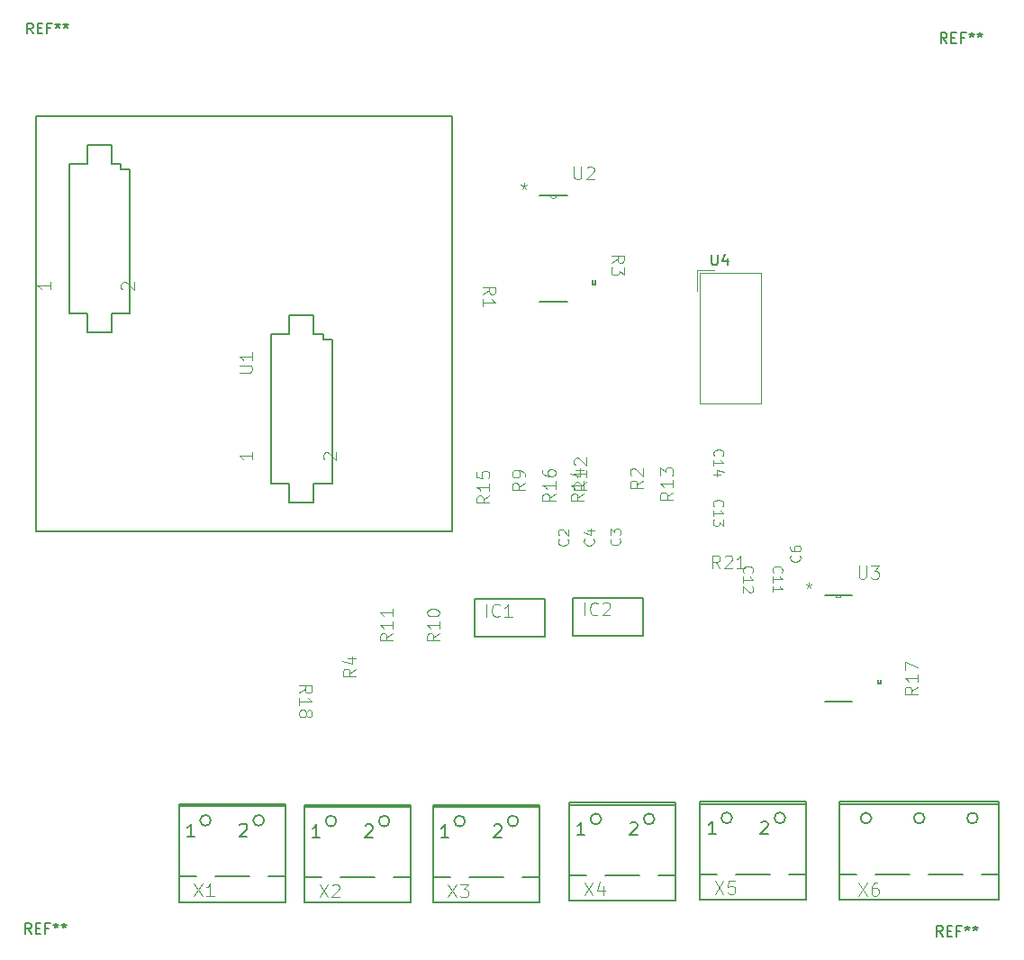
<source format=gbr>
%TF.GenerationSoftware,KiCad,Pcbnew,(5.1.9)-1*%
%TF.CreationDate,2021-09-03T15:16:11+00:00*%
%TF.ProjectId,CZTBoardV3,435a5442-6f61-4726-9456-332e6b696361,rev?*%
%TF.SameCoordinates,Original*%
%TF.FileFunction,Legend,Top*%
%TF.FilePolarity,Positive*%
%FSLAX46Y46*%
G04 Gerber Fmt 4.6, Leading zero omitted, Abs format (unit mm)*
G04 Created by KiCad (PCBNEW (5.1.9)-1) date 2021-09-03 15:16:11*
%MOMM*%
%LPD*%
G01*
G04 APERTURE LIST*
%ADD10C,0.127000*%
%ADD11C,0.152400*%
%ADD12C,0.120000*%
%ADD13C,0.203200*%
%ADD14C,0.096520*%
%ADD15C,0.101600*%
%ADD16C,0.150000*%
%ADD17C,0.120650*%
%ADD18C,0.076200*%
%ADD19C,0.077216*%
G04 APERTURE END LIST*
D10*
%TO.C,U1*%
X155150000Y-73750000D02*
X116090000Y-73750000D01*
X155150000Y-112810000D02*
X155150000Y-73750000D01*
X116090000Y-112810000D02*
X155150000Y-112810000D01*
X116090000Y-73750000D02*
X116090000Y-112810000D01*
X120883400Y-76450500D02*
X123169400Y-76450500D01*
X120883400Y-78228500D02*
X120883400Y-76450500D01*
X119168900Y-78228500D02*
X120883400Y-78228500D01*
X119168900Y-92325500D02*
X119168900Y-78228500D01*
X120883400Y-92325500D02*
X119168900Y-92325500D01*
X120883400Y-94103500D02*
X120883400Y-92325500D01*
X123169400Y-94103500D02*
X120883400Y-94103500D01*
X123169400Y-92325500D02*
X123169400Y-94103500D01*
X124883900Y-92325500D02*
X123169400Y-92325500D01*
X124883900Y-78736500D02*
X124883900Y-92325500D01*
X124058400Y-78736500D02*
X124883900Y-78736500D01*
X124058400Y-78228500D02*
X124058400Y-78736500D01*
X123169400Y-78228500D02*
X124058400Y-78228500D01*
X123169400Y-76450500D02*
X123169400Y-78228500D01*
X139877000Y-92453500D02*
X142163000Y-92453500D01*
X139877000Y-94231500D02*
X139877000Y-92453500D01*
X138162500Y-94231500D02*
X139877000Y-94231500D01*
X138162500Y-108328500D02*
X138162500Y-94231500D01*
X139877000Y-108328500D02*
X138162500Y-108328500D01*
X139877000Y-110106500D02*
X139877000Y-108328500D01*
X142163000Y-110106500D02*
X139877000Y-110106500D01*
X142163000Y-108328500D02*
X142163000Y-110106500D01*
X143877500Y-108328500D02*
X142163000Y-108328500D01*
X143877500Y-94739500D02*
X143877500Y-108328500D01*
X143052000Y-94739500D02*
X143877500Y-94739500D01*
X143052000Y-94231500D02*
X143052000Y-94739500D01*
X142163000Y-94231500D02*
X143052000Y-94231500D01*
X142163000Y-92453500D02*
X142163000Y-94231500D01*
D11*
%TO.C,X6*%
X199601800Y-139760200D02*
G75*
G03*
X199601800Y-139760200I-508000J0D01*
G01*
X204605600Y-139760200D02*
G75*
G03*
X204605600Y-139760200I-508000J0D01*
G01*
X194598000Y-139760200D02*
G75*
G03*
X194598000Y-139760200I-508000J0D01*
G01*
X191601000Y-138439000D02*
X191601000Y-138236000D01*
X206587000Y-138439000D02*
X206587000Y-145043000D01*
X206587000Y-138439000D02*
X191601000Y-138439000D01*
X206587000Y-145043000D02*
X206587000Y-147431000D01*
X191601000Y-145043000D02*
X191601000Y-138439000D01*
X204987000Y-145043000D02*
X206587000Y-145043000D01*
X199983000Y-145043000D02*
X203209000Y-145043000D01*
X194979000Y-145043000D02*
X198205000Y-145043000D01*
X191601000Y-145043000D02*
X193201000Y-145043000D01*
X191601000Y-147431000D02*
X191601000Y-145043000D01*
X206587000Y-138236000D02*
X191601000Y-138236000D01*
X206587000Y-138236000D02*
X206587000Y-138439000D01*
X191601000Y-147431000D02*
X206587000Y-147431000D01*
%TO.C,X5*%
X186501800Y-139740200D02*
G75*
G03*
X186501800Y-139740200I-508000J0D01*
G01*
X181498000Y-139740200D02*
G75*
G03*
X181498000Y-139740200I-508000J0D01*
G01*
X188483000Y-138419000D02*
X188483000Y-145023000D01*
X178501000Y-138419000D02*
X178501000Y-138216000D01*
X178501000Y-138419000D02*
X188483000Y-138419000D01*
X188483000Y-145023000D02*
X188483000Y-147411000D01*
X178501000Y-145023000D02*
X178501000Y-138419000D01*
X186883000Y-145023000D02*
X188483000Y-145023000D01*
X181879000Y-145023000D02*
X185105000Y-145023000D01*
X178501000Y-145023000D02*
X180101000Y-145023000D01*
X178501000Y-147411000D02*
X178501000Y-145023000D01*
X188483000Y-138216000D02*
X178501000Y-138216000D01*
X188483000Y-138216000D02*
X188483000Y-138419000D01*
X178501000Y-147411000D02*
X188483000Y-147411000D01*
%TO.C,X4*%
X174201800Y-139840200D02*
G75*
G03*
X174201800Y-139840200I-508000J0D01*
G01*
X169198000Y-139840200D02*
G75*
G03*
X169198000Y-139840200I-508000J0D01*
G01*
X176183000Y-138519000D02*
X176183000Y-145123000D01*
X166201000Y-138519000D02*
X166201000Y-138316000D01*
X166201000Y-138519000D02*
X176183000Y-138519000D01*
X176183000Y-145123000D02*
X176183000Y-147511000D01*
X166201000Y-145123000D02*
X166201000Y-138519000D01*
X174583000Y-145123000D02*
X176183000Y-145123000D01*
X169579000Y-145123000D02*
X172805000Y-145123000D01*
X166201000Y-145123000D02*
X167801000Y-145123000D01*
X166201000Y-147511000D02*
X166201000Y-145123000D01*
X176183000Y-138316000D02*
X166201000Y-138316000D01*
X176183000Y-138316000D02*
X176183000Y-138519000D01*
X166201000Y-147511000D02*
X176183000Y-147511000D01*
%TO.C,X3*%
X161401800Y-140040200D02*
G75*
G03*
X161401800Y-140040200I-508000J0D01*
G01*
X156398000Y-140040200D02*
G75*
G03*
X156398000Y-140040200I-508000J0D01*
G01*
X163383000Y-138719000D02*
X163383000Y-145323000D01*
X153401000Y-138719000D02*
X153401000Y-138516000D01*
X153401000Y-138719000D02*
X163383000Y-138719000D01*
X163383000Y-145323000D02*
X163383000Y-147711000D01*
X153401000Y-145323000D02*
X153401000Y-138719000D01*
X161783000Y-145323000D02*
X163383000Y-145323000D01*
X156779000Y-145323000D02*
X160005000Y-145323000D01*
X153401000Y-145323000D02*
X155001000Y-145323000D01*
X153401000Y-147711000D02*
X153401000Y-145323000D01*
X163383000Y-138516000D02*
X153401000Y-138516000D01*
X163383000Y-138516000D02*
X163383000Y-138719000D01*
X153401000Y-147711000D02*
X163383000Y-147711000D01*
%TO.C,X2*%
X149301800Y-140040200D02*
G75*
G03*
X149301800Y-140040200I-508000J0D01*
G01*
X144298000Y-140040200D02*
G75*
G03*
X144298000Y-140040200I-508000J0D01*
G01*
X151283000Y-138719000D02*
X151283000Y-145323000D01*
X141301000Y-138719000D02*
X141301000Y-138516000D01*
X141301000Y-138719000D02*
X151283000Y-138719000D01*
X151283000Y-145323000D02*
X151283000Y-147711000D01*
X141301000Y-145323000D02*
X141301000Y-138719000D01*
X149683000Y-145323000D02*
X151283000Y-145323000D01*
X144679000Y-145323000D02*
X147905000Y-145323000D01*
X141301000Y-145323000D02*
X142901000Y-145323000D01*
X141301000Y-147711000D02*
X141301000Y-145323000D01*
X151283000Y-138516000D02*
X141301000Y-138516000D01*
X151283000Y-138516000D02*
X151283000Y-138719000D01*
X141301000Y-147711000D02*
X151283000Y-147711000D01*
%TO.C,X1*%
X137501800Y-139970200D02*
G75*
G03*
X137501800Y-139970200I-508000J0D01*
G01*
X132498000Y-139970200D02*
G75*
G03*
X132498000Y-139970200I-508000J0D01*
G01*
X139483000Y-138649000D02*
X139483000Y-145253000D01*
X129501000Y-138649000D02*
X129501000Y-138446000D01*
X129501000Y-138649000D02*
X139483000Y-138649000D01*
X139483000Y-145253000D02*
X139483000Y-147641000D01*
X129501000Y-145253000D02*
X129501000Y-138649000D01*
X137883000Y-145253000D02*
X139483000Y-145253000D01*
X132879000Y-145253000D02*
X136105000Y-145253000D01*
X129501000Y-145253000D02*
X131101000Y-145253000D01*
X129501000Y-147641000D02*
X129501000Y-145253000D01*
X139483000Y-138446000D02*
X129501000Y-138446000D01*
X139483000Y-138446000D02*
X139483000Y-138649000D01*
X129501000Y-147641000D02*
X139483000Y-147641000D01*
D12*
%TO.C,U4*%
X178190000Y-88220000D02*
X179800000Y-88220000D01*
X178190000Y-88220000D02*
X178190000Y-90220000D01*
X178470000Y-100760000D02*
X178470000Y-88510000D01*
X184230000Y-100760000D02*
X178470000Y-100760000D01*
X184230000Y-88500000D02*
X184230000Y-100760000D01*
X178480000Y-88500000D02*
X184220000Y-88500000D01*
D11*
%TO.C,U3*%
X195208400Y-127122800D02*
X195208400Y-126767200D01*
X195462400Y-127122800D02*
X195208400Y-127122800D01*
X195462400Y-126767200D02*
X195462400Y-127122800D01*
X191195200Y-118766200D02*
X190204600Y-118766200D01*
X191804800Y-118766200D02*
X191195200Y-118766200D01*
X192795400Y-118766200D02*
X191804800Y-118766200D01*
X190204600Y-128773800D02*
X192795400Y-128773800D01*
D12*
X191195200Y-118766200D02*
G75*
G03*
X191804800Y-118766200I304800J0D01*
G01*
D11*
%TO.C,U2*%
X168428400Y-89562800D02*
X168428400Y-89207200D01*
X168682400Y-89562800D02*
X168428400Y-89562800D01*
X168682400Y-89207200D02*
X168682400Y-89562800D01*
X164415200Y-81206200D02*
X163424600Y-81206200D01*
X165024800Y-81206200D02*
X164415200Y-81206200D01*
X166015400Y-81206200D02*
X165024800Y-81206200D01*
X163424600Y-91213800D02*
X166015400Y-91213800D01*
D12*
X164415200Y-81206200D02*
G75*
G03*
X165024800Y-81206200I304800J0D01*
G01*
D13*
%TO.C,IC2*%
X166533000Y-119032000D02*
X173087000Y-119032000D01*
X166533000Y-122588000D02*
X166533000Y-119032000D01*
X173087000Y-122588000D02*
X166533000Y-122588000D01*
X173087000Y-119032000D02*
X173087000Y-122588000D01*
%TO.C,IC1*%
X157313000Y-119172000D02*
X163867000Y-119172000D01*
X157313000Y-122728000D02*
X157313000Y-119172000D01*
X163867000Y-122728000D02*
X157313000Y-122728000D01*
X163867000Y-119172000D02*
X163867000Y-122728000D01*
%TO.C,U1*%
D14*
X135184047Y-97882000D02*
X136160738Y-97882000D01*
X136275642Y-97824547D01*
X136333095Y-97767095D01*
X136390547Y-97652190D01*
X136390547Y-97422381D01*
X136333095Y-97307476D01*
X136275642Y-97250023D01*
X136160738Y-97192571D01*
X135184047Y-97192571D01*
X136390547Y-95986071D02*
X136390547Y-96675500D01*
X136390547Y-96330785D02*
X135184047Y-96330785D01*
X135356404Y-96445690D01*
X135471309Y-96560595D01*
X135528761Y-96675500D01*
D15*
X124179352Y-90061150D02*
X124121900Y-90003698D01*
X124064447Y-89888793D01*
X124064447Y-89601531D01*
X124121900Y-89486626D01*
X124179352Y-89429174D01*
X124294257Y-89371721D01*
X124409161Y-89371721D01*
X124581519Y-89429174D01*
X125270947Y-90118602D01*
X125270947Y-89371721D01*
X117396947Y-89371721D02*
X117396947Y-90061150D01*
X117396947Y-89716436D02*
X116190447Y-89716436D01*
X116362804Y-89831340D01*
X116477709Y-89946245D01*
X116535161Y-90061150D01*
X143172952Y-106064150D02*
X143115500Y-106006698D01*
X143058047Y-105891793D01*
X143058047Y-105604531D01*
X143115500Y-105489626D01*
X143172952Y-105432174D01*
X143287857Y-105374721D01*
X143402761Y-105374721D01*
X143575119Y-105432174D01*
X144264547Y-106121602D01*
X144264547Y-105374721D01*
X136390547Y-105374721D02*
X136390547Y-106064150D01*
X136390547Y-105719436D02*
X135184047Y-105719436D01*
X135356404Y-105834340D01*
X135471309Y-105949245D01*
X135528761Y-106064150D01*
%TO.C,REF\u002A\u002A*%
D16*
X201696666Y-66912380D02*
X201363333Y-66436190D01*
X201125238Y-66912380D02*
X201125238Y-65912380D01*
X201506190Y-65912380D01*
X201601428Y-65960000D01*
X201649047Y-66007619D01*
X201696666Y-66102857D01*
X201696666Y-66245714D01*
X201649047Y-66340952D01*
X201601428Y-66388571D01*
X201506190Y-66436190D01*
X201125238Y-66436190D01*
X202125238Y-66388571D02*
X202458571Y-66388571D01*
X202601428Y-66912380D02*
X202125238Y-66912380D01*
X202125238Y-65912380D01*
X202601428Y-65912380D01*
X203363333Y-66388571D02*
X203030000Y-66388571D01*
X203030000Y-66912380D02*
X203030000Y-65912380D01*
X203506190Y-65912380D01*
X204030000Y-65912380D02*
X204030000Y-66150476D01*
X203791904Y-66055238D02*
X204030000Y-66150476D01*
X204268095Y-66055238D01*
X203887142Y-66340952D02*
X204030000Y-66150476D01*
X204172857Y-66340952D01*
X204791904Y-65912380D02*
X204791904Y-66150476D01*
X204553809Y-66055238D02*
X204791904Y-66150476D01*
X205030000Y-66055238D01*
X204649047Y-66340952D02*
X204791904Y-66150476D01*
X204934761Y-66340952D01*
X115616666Y-150632380D02*
X115283333Y-150156190D01*
X115045238Y-150632380D02*
X115045238Y-149632380D01*
X115426190Y-149632380D01*
X115521428Y-149680000D01*
X115569047Y-149727619D01*
X115616666Y-149822857D01*
X115616666Y-149965714D01*
X115569047Y-150060952D01*
X115521428Y-150108571D01*
X115426190Y-150156190D01*
X115045238Y-150156190D01*
X116045238Y-150108571D02*
X116378571Y-150108571D01*
X116521428Y-150632380D02*
X116045238Y-150632380D01*
X116045238Y-149632380D01*
X116521428Y-149632380D01*
X117283333Y-150108571D02*
X116950000Y-150108571D01*
X116950000Y-150632380D02*
X116950000Y-149632380D01*
X117426190Y-149632380D01*
X117950000Y-149632380D02*
X117950000Y-149870476D01*
X117711904Y-149775238D02*
X117950000Y-149870476D01*
X118188095Y-149775238D01*
X117807142Y-150060952D02*
X117950000Y-149870476D01*
X118092857Y-150060952D01*
X118711904Y-149632380D02*
X118711904Y-149870476D01*
X118473809Y-149775238D02*
X118711904Y-149870476D01*
X118950000Y-149775238D01*
X118569047Y-150060952D02*
X118711904Y-149870476D01*
X118854761Y-150060952D01*
X201286666Y-150872380D02*
X200953333Y-150396190D01*
X200715238Y-150872380D02*
X200715238Y-149872380D01*
X201096190Y-149872380D01*
X201191428Y-149920000D01*
X201239047Y-149967619D01*
X201286666Y-150062857D01*
X201286666Y-150205714D01*
X201239047Y-150300952D01*
X201191428Y-150348571D01*
X201096190Y-150396190D01*
X200715238Y-150396190D01*
X201715238Y-150348571D02*
X202048571Y-150348571D01*
X202191428Y-150872380D02*
X201715238Y-150872380D01*
X201715238Y-149872380D01*
X202191428Y-149872380D01*
X202953333Y-150348571D02*
X202620000Y-150348571D01*
X202620000Y-150872380D02*
X202620000Y-149872380D01*
X203096190Y-149872380D01*
X203620000Y-149872380D02*
X203620000Y-150110476D01*
X203381904Y-150015238D02*
X203620000Y-150110476D01*
X203858095Y-150015238D01*
X203477142Y-150300952D02*
X203620000Y-150110476D01*
X203762857Y-150300952D01*
X204381904Y-149872380D02*
X204381904Y-150110476D01*
X204143809Y-150015238D02*
X204381904Y-150110476D01*
X204620000Y-150015238D01*
X204239047Y-150300952D02*
X204381904Y-150110476D01*
X204524761Y-150300952D01*
X115776666Y-66012380D02*
X115443333Y-65536190D01*
X115205238Y-66012380D02*
X115205238Y-65012380D01*
X115586190Y-65012380D01*
X115681428Y-65060000D01*
X115729047Y-65107619D01*
X115776666Y-65202857D01*
X115776666Y-65345714D01*
X115729047Y-65440952D01*
X115681428Y-65488571D01*
X115586190Y-65536190D01*
X115205238Y-65536190D01*
X116205238Y-65488571D02*
X116538571Y-65488571D01*
X116681428Y-66012380D02*
X116205238Y-66012380D01*
X116205238Y-65012380D01*
X116681428Y-65012380D01*
X117443333Y-65488571D02*
X117110000Y-65488571D01*
X117110000Y-66012380D02*
X117110000Y-65012380D01*
X117586190Y-65012380D01*
X118110000Y-65012380D02*
X118110000Y-65250476D01*
X117871904Y-65155238D02*
X118110000Y-65250476D01*
X118348095Y-65155238D01*
X117967142Y-65440952D02*
X118110000Y-65250476D01*
X118252857Y-65440952D01*
X118871904Y-65012380D02*
X118871904Y-65250476D01*
X118633809Y-65155238D02*
X118871904Y-65250476D01*
X119110000Y-65155238D01*
X118729047Y-65440952D02*
X118871904Y-65250476D01*
X119014761Y-65440952D01*
%TO.C,X6*%
D17*
X193397179Y-145848247D02*
X194201512Y-147054747D01*
X194201512Y-145848247D02*
X193397179Y-147054747D01*
X195178203Y-145848247D02*
X194948393Y-145848247D01*
X194833489Y-145905700D01*
X194776036Y-145963152D01*
X194661132Y-146135509D01*
X194603679Y-146365319D01*
X194603679Y-146824938D01*
X194661132Y-146939842D01*
X194718584Y-146997295D01*
X194833489Y-147054747D01*
X195063298Y-147054747D01*
X195178203Y-146997295D01*
X195235655Y-146939842D01*
X195293108Y-146824938D01*
X195293108Y-146537676D01*
X195235655Y-146422771D01*
X195178203Y-146365319D01*
X195063298Y-146307866D01*
X194833489Y-146307866D01*
X194718584Y-146365319D01*
X194661132Y-146422771D01*
X194603679Y-146537676D01*
%TO.C,X5*%
X179894579Y-145689847D02*
X180698912Y-146896347D01*
X180698912Y-145689847D02*
X179894579Y-146896347D01*
X181733055Y-145689847D02*
X181158532Y-145689847D01*
X181101079Y-146264371D01*
X181158532Y-146206919D01*
X181273436Y-146149466D01*
X181560698Y-146149466D01*
X181675603Y-146206919D01*
X181733055Y-146264371D01*
X181790508Y-146379276D01*
X181790508Y-146666538D01*
X181733055Y-146781442D01*
X181675603Y-146838895D01*
X181560698Y-146896347D01*
X181273436Y-146896347D01*
X181158532Y-146838895D01*
X181101079Y-146781442D01*
D10*
X184223359Y-140165952D02*
X184280811Y-140108500D01*
X184395716Y-140051047D01*
X184682978Y-140051047D01*
X184797883Y-140108500D01*
X184855335Y-140165952D01*
X184912788Y-140280857D01*
X184912788Y-140395761D01*
X184855335Y-140568119D01*
X184165907Y-141257547D01*
X184912788Y-141257547D01*
X179959788Y-141257547D02*
X179270359Y-141257547D01*
X179615073Y-141257547D02*
X179615073Y-140051047D01*
X179500169Y-140223404D01*
X179385264Y-140338309D01*
X179270359Y-140395761D01*
%TO.C,X4*%
D17*
X167594579Y-145789847D02*
X168398912Y-146996347D01*
X168398912Y-145789847D02*
X167594579Y-146996347D01*
X169375603Y-146192014D02*
X169375603Y-146996347D01*
X169088341Y-145732395D02*
X168801079Y-146594180D01*
X169547960Y-146594180D01*
D10*
X171923359Y-140265952D02*
X171980811Y-140208500D01*
X172095716Y-140151047D01*
X172382978Y-140151047D01*
X172497883Y-140208500D01*
X172555335Y-140265952D01*
X172612788Y-140380857D01*
X172612788Y-140495761D01*
X172555335Y-140668119D01*
X171865907Y-141357547D01*
X172612788Y-141357547D01*
X167659788Y-141357547D02*
X166970359Y-141357547D01*
X167315073Y-141357547D02*
X167315073Y-140151047D01*
X167200169Y-140323404D01*
X167085264Y-140438309D01*
X166970359Y-140495761D01*
%TO.C,X3*%
D17*
X154794579Y-145989847D02*
X155598912Y-147196347D01*
X155598912Y-145989847D02*
X154794579Y-147196347D01*
X155943627Y-145989847D02*
X156690508Y-145989847D01*
X156288341Y-146449466D01*
X156460698Y-146449466D01*
X156575603Y-146506919D01*
X156633055Y-146564371D01*
X156690508Y-146679276D01*
X156690508Y-146966538D01*
X156633055Y-147081442D01*
X156575603Y-147138895D01*
X156460698Y-147196347D01*
X156115984Y-147196347D01*
X156001079Y-147138895D01*
X155943627Y-147081442D01*
D10*
X159123359Y-140465952D02*
X159180811Y-140408500D01*
X159295716Y-140351047D01*
X159582978Y-140351047D01*
X159697883Y-140408500D01*
X159755335Y-140465952D01*
X159812788Y-140580857D01*
X159812788Y-140695761D01*
X159755335Y-140868119D01*
X159065907Y-141557547D01*
X159812788Y-141557547D01*
X154859788Y-141557547D02*
X154170359Y-141557547D01*
X154515073Y-141557547D02*
X154515073Y-140351047D01*
X154400169Y-140523404D01*
X154285264Y-140638309D01*
X154170359Y-140695761D01*
%TO.C,X2*%
D17*
X142694579Y-145989847D02*
X143498912Y-147196347D01*
X143498912Y-145989847D02*
X142694579Y-147196347D01*
X143901079Y-146104752D02*
X143958532Y-146047300D01*
X144073436Y-145989847D01*
X144360698Y-145989847D01*
X144475603Y-146047300D01*
X144533055Y-146104752D01*
X144590508Y-146219657D01*
X144590508Y-146334561D01*
X144533055Y-146506919D01*
X143843627Y-147196347D01*
X144590508Y-147196347D01*
D10*
X147023359Y-140465952D02*
X147080811Y-140408500D01*
X147195716Y-140351047D01*
X147482978Y-140351047D01*
X147597883Y-140408500D01*
X147655335Y-140465952D01*
X147712788Y-140580857D01*
X147712788Y-140695761D01*
X147655335Y-140868119D01*
X146965907Y-141557547D01*
X147712788Y-141557547D01*
X142759788Y-141557547D02*
X142070359Y-141557547D01*
X142415073Y-141557547D02*
X142415073Y-140351047D01*
X142300169Y-140523404D01*
X142185264Y-140638309D01*
X142070359Y-140695761D01*
%TO.C,X1*%
D17*
X130894579Y-145919847D02*
X131698912Y-147126347D01*
X131698912Y-145919847D02*
X130894579Y-147126347D01*
X132790508Y-147126347D02*
X132101079Y-147126347D01*
X132445793Y-147126347D02*
X132445793Y-145919847D01*
X132330889Y-146092204D01*
X132215984Y-146207109D01*
X132101079Y-146264561D01*
D10*
X135223359Y-140395952D02*
X135280811Y-140338500D01*
X135395716Y-140281047D01*
X135682978Y-140281047D01*
X135797883Y-140338500D01*
X135855335Y-140395952D01*
X135912788Y-140510857D01*
X135912788Y-140625761D01*
X135855335Y-140798119D01*
X135165907Y-141487547D01*
X135912788Y-141487547D01*
X130959788Y-141487547D02*
X130270359Y-141487547D01*
X130615073Y-141487547D02*
X130615073Y-140281047D01*
X130500169Y-140453404D01*
X130385264Y-140568309D01*
X130270359Y-140625761D01*
%TO.C,U4*%
D16*
X179588095Y-86772380D02*
X179588095Y-87581904D01*
X179635714Y-87677142D01*
X179683333Y-87724761D01*
X179778571Y-87772380D01*
X179969047Y-87772380D01*
X180064285Y-87724761D01*
X180111904Y-87677142D01*
X180159523Y-87581904D01*
X180159523Y-86772380D01*
X181064285Y-87105714D02*
X181064285Y-87772380D01*
X180826190Y-86724761D02*
X180588095Y-87439047D01*
X181207142Y-87439047D01*
%TO.C,U3*%
D17*
X193415084Y-116054447D02*
X193415084Y-117031138D01*
X193472536Y-117146042D01*
X193529989Y-117203495D01*
X193644893Y-117260947D01*
X193874703Y-117260947D01*
X193989608Y-117203495D01*
X194047060Y-117146042D01*
X194104512Y-117031138D01*
X194104512Y-116054447D01*
X194564132Y-116054447D02*
X195311012Y-116054447D01*
X194908846Y-116514066D01*
X195081203Y-116514066D01*
X195196108Y-116571519D01*
X195253560Y-116628971D01*
X195311012Y-116743876D01*
X195311012Y-117031138D01*
X195253560Y-117146042D01*
X195196108Y-117203495D01*
X195081203Y-117260947D01*
X194736489Y-117260947D01*
X194621584Y-117203495D01*
X194564132Y-117146042D01*
D18*
X188707149Y-117629247D02*
X188707149Y-117916509D01*
X188419887Y-117801604D02*
X188707149Y-117916509D01*
X188994410Y-117801604D01*
X188534791Y-118146319D02*
X188707149Y-117916509D01*
X188879506Y-118146319D01*
%TO.C,U2*%
D17*
X166635084Y-78494447D02*
X166635084Y-79471138D01*
X166692536Y-79586042D01*
X166749989Y-79643495D01*
X166864893Y-79700947D01*
X167094703Y-79700947D01*
X167209608Y-79643495D01*
X167267060Y-79586042D01*
X167324512Y-79471138D01*
X167324512Y-78494447D01*
X167841584Y-78609352D02*
X167899036Y-78551900D01*
X168013941Y-78494447D01*
X168301203Y-78494447D01*
X168416108Y-78551900D01*
X168473560Y-78609352D01*
X168531012Y-78724257D01*
X168531012Y-78839161D01*
X168473560Y-79011519D01*
X167784132Y-79700947D01*
X168531012Y-79700947D01*
D18*
X161927149Y-80069247D02*
X161927149Y-80356509D01*
X161639887Y-80241604D02*
X161927149Y-80356509D01*
X162214410Y-80241604D01*
X161754791Y-80586319D02*
X161927149Y-80356509D01*
X162099506Y-80586319D01*
%TO.C,R21*%
D14*
X180359428Y-116264547D02*
X179957261Y-115690023D01*
X179669999Y-116264547D02*
X179669999Y-115058047D01*
X180129618Y-115058047D01*
X180244523Y-115115500D01*
X180301976Y-115172952D01*
X180359428Y-115287857D01*
X180359428Y-115460214D01*
X180301976Y-115575119D01*
X180244523Y-115632571D01*
X180129618Y-115690023D01*
X179669999Y-115690023D01*
X180819047Y-115172952D02*
X180876499Y-115115500D01*
X180991404Y-115058047D01*
X181278666Y-115058047D01*
X181393571Y-115115500D01*
X181451023Y-115172952D01*
X181508476Y-115287857D01*
X181508476Y-115402761D01*
X181451023Y-115575119D01*
X180761595Y-116264547D01*
X181508476Y-116264547D01*
X182657523Y-116264547D02*
X181968095Y-116264547D01*
X182312809Y-116264547D02*
X182312809Y-115058047D01*
X182197904Y-115230404D01*
X182082999Y-115345309D01*
X181968095Y-115402761D01*
%TO.C,R18*%
X140787452Y-127981428D02*
X141361976Y-127579261D01*
X140787452Y-127291999D02*
X141993952Y-127291999D01*
X141993952Y-127751618D01*
X141936500Y-127866523D01*
X141879047Y-127923976D01*
X141764142Y-127981428D01*
X141591785Y-127981428D01*
X141476880Y-127923976D01*
X141419428Y-127866523D01*
X141361976Y-127751618D01*
X141361976Y-127291999D01*
X140787452Y-129130476D02*
X140787452Y-128441047D01*
X140787452Y-128785761D02*
X141993952Y-128785761D01*
X141821595Y-128670857D01*
X141706690Y-128555952D01*
X141649238Y-128441047D01*
X141476880Y-129819904D02*
X141534333Y-129704999D01*
X141591785Y-129647547D01*
X141706690Y-129590095D01*
X141764142Y-129590095D01*
X141879047Y-129647547D01*
X141936500Y-129704999D01*
X141993952Y-129819904D01*
X141993952Y-130049714D01*
X141936500Y-130164618D01*
X141879047Y-130222071D01*
X141764142Y-130279523D01*
X141706690Y-130279523D01*
X141591785Y-130222071D01*
X141534333Y-130164618D01*
X141476880Y-130049714D01*
X141476880Y-129819904D01*
X141419428Y-129704999D01*
X141361976Y-129647547D01*
X141247071Y-129590095D01*
X141017261Y-129590095D01*
X140902357Y-129647547D01*
X140844904Y-129704999D01*
X140787452Y-129819904D01*
X140787452Y-130049714D01*
X140844904Y-130164618D01*
X140902357Y-130222071D01*
X141017261Y-130279523D01*
X141247071Y-130279523D01*
X141361976Y-130222071D01*
X141419428Y-130164618D01*
X141476880Y-130049714D01*
%TO.C,R17*%
X198932547Y-127410642D02*
X198358023Y-127812809D01*
X198932547Y-128100071D02*
X197726047Y-128100071D01*
X197726047Y-127640452D01*
X197783500Y-127525547D01*
X197840952Y-127468095D01*
X197955857Y-127410642D01*
X198128214Y-127410642D01*
X198243119Y-127468095D01*
X198300571Y-127525547D01*
X198358023Y-127640452D01*
X198358023Y-128100071D01*
X198932547Y-126261595D02*
X198932547Y-126951023D01*
X198932547Y-126606309D02*
X197726047Y-126606309D01*
X197898404Y-126721214D01*
X198013309Y-126836118D01*
X198070761Y-126951023D01*
X197726047Y-125859428D02*
X197726047Y-125055095D01*
X198932547Y-125572166D01*
%TO.C,R16*%
X164892547Y-109242642D02*
X164318023Y-109644809D01*
X164892547Y-109932071D02*
X163686047Y-109932071D01*
X163686047Y-109472452D01*
X163743500Y-109357547D01*
X163800952Y-109300095D01*
X163915857Y-109242642D01*
X164088214Y-109242642D01*
X164203119Y-109300095D01*
X164260571Y-109357547D01*
X164318023Y-109472452D01*
X164318023Y-109932071D01*
X164892547Y-108093595D02*
X164892547Y-108783023D01*
X164892547Y-108438309D02*
X163686047Y-108438309D01*
X163858404Y-108553214D01*
X163973309Y-108668118D01*
X164030761Y-108783023D01*
X163686047Y-107059452D02*
X163686047Y-107289261D01*
X163743500Y-107404166D01*
X163800952Y-107461618D01*
X163973309Y-107576523D01*
X164203119Y-107633976D01*
X164662738Y-107633976D01*
X164777642Y-107576523D01*
X164835095Y-107519071D01*
X164892547Y-107404166D01*
X164892547Y-107174357D01*
X164835095Y-107059452D01*
X164777642Y-107001999D01*
X164662738Y-106944547D01*
X164375476Y-106944547D01*
X164260571Y-107001999D01*
X164203119Y-107059452D01*
X164145666Y-107174357D01*
X164145666Y-107404166D01*
X164203119Y-107519071D01*
X164260571Y-107576523D01*
X164375476Y-107633976D01*
%TO.C,R15*%
X158692547Y-109422642D02*
X158118023Y-109824809D01*
X158692547Y-110112071D02*
X157486047Y-110112071D01*
X157486047Y-109652452D01*
X157543500Y-109537547D01*
X157600952Y-109480095D01*
X157715857Y-109422642D01*
X157888214Y-109422642D01*
X158003119Y-109480095D01*
X158060571Y-109537547D01*
X158118023Y-109652452D01*
X158118023Y-110112071D01*
X158692547Y-108273595D02*
X158692547Y-108963023D01*
X158692547Y-108618309D02*
X157486047Y-108618309D01*
X157658404Y-108733214D01*
X157773309Y-108848118D01*
X157830761Y-108963023D01*
X157486047Y-107181999D02*
X157486047Y-107756523D01*
X158060571Y-107813976D01*
X158003119Y-107756523D01*
X157945666Y-107641618D01*
X157945666Y-107354357D01*
X158003119Y-107239452D01*
X158060571Y-107181999D01*
X158175476Y-107124547D01*
X158462738Y-107124547D01*
X158577642Y-107181999D01*
X158635095Y-107239452D01*
X158692547Y-107354357D01*
X158692547Y-107641618D01*
X158635095Y-107756523D01*
X158577642Y-107813976D01*
%TO.C,R14*%
X167562547Y-109242642D02*
X166988023Y-109644809D01*
X167562547Y-109932071D02*
X166356047Y-109932071D01*
X166356047Y-109472452D01*
X166413500Y-109357547D01*
X166470952Y-109300095D01*
X166585857Y-109242642D01*
X166758214Y-109242642D01*
X166873119Y-109300095D01*
X166930571Y-109357547D01*
X166988023Y-109472452D01*
X166988023Y-109932071D01*
X167562547Y-108093595D02*
X167562547Y-108783023D01*
X167562547Y-108438309D02*
X166356047Y-108438309D01*
X166528404Y-108553214D01*
X166643309Y-108668118D01*
X166700761Y-108783023D01*
X166758214Y-107059452D02*
X167562547Y-107059452D01*
X166298595Y-107346714D02*
X167160380Y-107633976D01*
X167160380Y-106887095D01*
%TO.C,R13*%
X175952547Y-109122642D02*
X175378023Y-109524809D01*
X175952547Y-109812071D02*
X174746047Y-109812071D01*
X174746047Y-109352452D01*
X174803500Y-109237547D01*
X174860952Y-109180095D01*
X174975857Y-109122642D01*
X175148214Y-109122642D01*
X175263119Y-109180095D01*
X175320571Y-109237547D01*
X175378023Y-109352452D01*
X175378023Y-109812071D01*
X175952547Y-107973595D02*
X175952547Y-108663023D01*
X175952547Y-108318309D02*
X174746047Y-108318309D01*
X174918404Y-108433214D01*
X175033309Y-108548118D01*
X175090761Y-108663023D01*
X174746047Y-107571428D02*
X174746047Y-106824547D01*
X175205666Y-107226714D01*
X175205666Y-107054357D01*
X175263119Y-106939452D01*
X175320571Y-106881999D01*
X175435476Y-106824547D01*
X175722738Y-106824547D01*
X175837642Y-106881999D01*
X175895095Y-106939452D01*
X175952547Y-107054357D01*
X175952547Y-107399071D01*
X175895095Y-107513976D01*
X175837642Y-107571428D01*
%TO.C,R12*%
X167832547Y-108182571D02*
X167258023Y-108584738D01*
X167832547Y-108872000D02*
X166626047Y-108872000D01*
X166626047Y-108412381D01*
X166683500Y-108297476D01*
X166740952Y-108240023D01*
X166855857Y-108182571D01*
X167028214Y-108182571D01*
X167143119Y-108240023D01*
X167200571Y-108297476D01*
X167258023Y-108412381D01*
X167258023Y-108872000D01*
X167832547Y-107033523D02*
X167832547Y-107722952D01*
X167832547Y-107378238D02*
X166626047Y-107378238D01*
X166798404Y-107493142D01*
X166913309Y-107608047D01*
X166970761Y-107722952D01*
X166740952Y-106573904D02*
X166683500Y-106516452D01*
X166626047Y-106401547D01*
X166626047Y-106114285D01*
X166683500Y-105999381D01*
X166740952Y-105941928D01*
X166855857Y-105884476D01*
X166970761Y-105884476D01*
X167143119Y-105941928D01*
X167832547Y-106631357D01*
X167832547Y-105884476D01*
%TO.C,R11*%
X149602547Y-122392642D02*
X149028023Y-122794809D01*
X149602547Y-123082071D02*
X148396047Y-123082071D01*
X148396047Y-122622452D01*
X148453500Y-122507547D01*
X148510952Y-122450095D01*
X148625857Y-122392642D01*
X148798214Y-122392642D01*
X148913119Y-122450095D01*
X148970571Y-122507547D01*
X149028023Y-122622452D01*
X149028023Y-123082071D01*
X149602547Y-121243595D02*
X149602547Y-121933023D01*
X149602547Y-121588309D02*
X148396047Y-121588309D01*
X148568404Y-121703214D01*
X148683309Y-121818118D01*
X148740761Y-121933023D01*
X149602547Y-120094547D02*
X149602547Y-120783976D01*
X149602547Y-120439261D02*
X148396047Y-120439261D01*
X148568404Y-120554166D01*
X148683309Y-120669071D01*
X148740761Y-120783976D01*
%TO.C,R10*%
X154002547Y-122392642D02*
X153428023Y-122794809D01*
X154002547Y-123082071D02*
X152796047Y-123082071D01*
X152796047Y-122622452D01*
X152853500Y-122507547D01*
X152910952Y-122450095D01*
X153025857Y-122392642D01*
X153198214Y-122392642D01*
X153313119Y-122450095D01*
X153370571Y-122507547D01*
X153428023Y-122622452D01*
X153428023Y-123082071D01*
X154002547Y-121243595D02*
X154002547Y-121933023D01*
X154002547Y-121588309D02*
X152796047Y-121588309D01*
X152968404Y-121703214D01*
X153083309Y-121818118D01*
X153140761Y-121933023D01*
X152796047Y-120496714D02*
X152796047Y-120381809D01*
X152853500Y-120266904D01*
X152910952Y-120209452D01*
X153025857Y-120151999D01*
X153255666Y-120094547D01*
X153542928Y-120094547D01*
X153772738Y-120151999D01*
X153887642Y-120209452D01*
X153945095Y-120266904D01*
X154002547Y-120381809D01*
X154002547Y-120496714D01*
X153945095Y-120611618D01*
X153887642Y-120669071D01*
X153772738Y-120726523D01*
X153542928Y-120783976D01*
X153255666Y-120783976D01*
X153025857Y-120726523D01*
X152910952Y-120669071D01*
X152853500Y-120611618D01*
X152796047Y-120496714D01*
%TO.C,R9*%
X162022547Y-108213595D02*
X161448023Y-108615761D01*
X162022547Y-108903023D02*
X160816047Y-108903023D01*
X160816047Y-108443404D01*
X160873500Y-108328499D01*
X160930952Y-108271047D01*
X161045857Y-108213595D01*
X161218214Y-108213595D01*
X161333119Y-108271047D01*
X161390571Y-108328499D01*
X161448023Y-108443404D01*
X161448023Y-108903023D01*
X162022547Y-107639071D02*
X162022547Y-107409261D01*
X161965095Y-107294357D01*
X161907642Y-107236904D01*
X161735285Y-107121999D01*
X161505476Y-107064547D01*
X161045857Y-107064547D01*
X160930952Y-107121999D01*
X160873500Y-107179452D01*
X160816047Y-107294357D01*
X160816047Y-107524166D01*
X160873500Y-107639071D01*
X160930952Y-107696523D01*
X161045857Y-107753976D01*
X161333119Y-107753976D01*
X161448023Y-107696523D01*
X161505476Y-107639071D01*
X161562928Y-107524166D01*
X161562928Y-107294357D01*
X161505476Y-107179452D01*
X161448023Y-107121999D01*
X161333119Y-107064547D01*
%TO.C,R4*%
X146142547Y-125731595D02*
X145568023Y-126133761D01*
X146142547Y-126421023D02*
X144936047Y-126421023D01*
X144936047Y-125961404D01*
X144993500Y-125846499D01*
X145050952Y-125789047D01*
X145165857Y-125731595D01*
X145338214Y-125731595D01*
X145453119Y-125789047D01*
X145510571Y-125846499D01*
X145568023Y-125961404D01*
X145568023Y-126421023D01*
X145338214Y-124697452D02*
X146142547Y-124697452D01*
X144878595Y-124984714D02*
X145740380Y-125271976D01*
X145740380Y-124525095D01*
%TO.C,R3*%
X170147452Y-87551428D02*
X170721976Y-87149261D01*
X170147452Y-86861999D02*
X171353952Y-86861999D01*
X171353952Y-87321618D01*
X171296500Y-87436523D01*
X171239047Y-87493976D01*
X171124142Y-87551428D01*
X170951785Y-87551428D01*
X170836880Y-87493976D01*
X170779428Y-87436523D01*
X170721976Y-87321618D01*
X170721976Y-86861999D01*
X171353952Y-87953595D02*
X171353952Y-88700476D01*
X170894333Y-88298309D01*
X170894333Y-88470666D01*
X170836880Y-88585571D01*
X170779428Y-88643023D01*
X170664523Y-88700476D01*
X170377261Y-88700476D01*
X170262357Y-88643023D01*
X170204904Y-88585571D01*
X170147452Y-88470666D01*
X170147452Y-88125952D01*
X170204904Y-88011047D01*
X170262357Y-87953595D01*
%TO.C,R2*%
X173132547Y-108021595D02*
X172558023Y-108423761D01*
X173132547Y-108711023D02*
X171926047Y-108711023D01*
X171926047Y-108251404D01*
X171983500Y-108136499D01*
X172040952Y-108079047D01*
X172155857Y-108021595D01*
X172328214Y-108021595D01*
X172443119Y-108079047D01*
X172500571Y-108136499D01*
X172558023Y-108251404D01*
X172558023Y-108711023D01*
X172040952Y-107561976D02*
X171983500Y-107504523D01*
X171926047Y-107389618D01*
X171926047Y-107102357D01*
X171983500Y-106987452D01*
X172040952Y-106929999D01*
X172155857Y-106872547D01*
X172270761Y-106872547D01*
X172443119Y-106929999D01*
X173132547Y-107619428D01*
X173132547Y-106872547D01*
%TO.C,R1*%
X158077452Y-90499428D02*
X158651976Y-90097261D01*
X158077452Y-89809999D02*
X159283952Y-89809999D01*
X159283952Y-90269618D01*
X159226500Y-90384523D01*
X159169047Y-90441976D01*
X159054142Y-90499428D01*
X158881785Y-90499428D01*
X158766880Y-90441976D01*
X158709428Y-90384523D01*
X158651976Y-90269618D01*
X158651976Y-89809999D01*
X158077452Y-91648476D02*
X158077452Y-90959047D01*
X158077452Y-91303761D02*
X159283952Y-91303761D01*
X159111595Y-91188857D01*
X158996690Y-91073952D01*
X158939238Y-90959047D01*
%TO.C,IC2*%
X167619999Y-120701747D02*
X167619999Y-119495247D01*
X168883952Y-120586842D02*
X168826499Y-120644295D01*
X168654142Y-120701747D01*
X168539238Y-120701747D01*
X168366880Y-120644295D01*
X168251976Y-120529390D01*
X168194523Y-120414485D01*
X168137071Y-120184676D01*
X168137071Y-120012319D01*
X168194523Y-119782509D01*
X168251976Y-119667604D01*
X168366880Y-119552700D01*
X168539238Y-119495247D01*
X168654142Y-119495247D01*
X168826499Y-119552700D01*
X168883952Y-119610152D01*
X169343571Y-119610152D02*
X169401023Y-119552700D01*
X169515928Y-119495247D01*
X169803190Y-119495247D01*
X169918095Y-119552700D01*
X169975547Y-119610152D01*
X170032999Y-119725057D01*
X170032999Y-119839961D01*
X169975547Y-120012319D01*
X169286118Y-120701747D01*
X170032999Y-120701747D01*
%TO.C,IC1*%
X158399999Y-120841747D02*
X158399999Y-119635247D01*
X159663952Y-120726842D02*
X159606499Y-120784295D01*
X159434142Y-120841747D01*
X159319238Y-120841747D01*
X159146880Y-120784295D01*
X159031976Y-120669390D01*
X158974523Y-120554485D01*
X158917071Y-120324676D01*
X158917071Y-120152319D01*
X158974523Y-119922509D01*
X159031976Y-119807604D01*
X159146880Y-119692700D01*
X159319238Y-119635247D01*
X159434142Y-119635247D01*
X159606499Y-119692700D01*
X159663952Y-119750152D01*
X160812999Y-120841747D02*
X160123571Y-120841747D01*
X160468285Y-120841747D02*
X160468285Y-119635247D01*
X160353380Y-119807604D01*
X160238476Y-119922509D01*
X160123571Y-119979961D01*
%TO.C,C14*%
D19*
X179832885Y-105711542D02*
X179786923Y-105665580D01*
X179740961Y-105527695D01*
X179740961Y-105435771D01*
X179786923Y-105297885D01*
X179878847Y-105205961D01*
X179970771Y-105159999D01*
X180154619Y-105114038D01*
X180292504Y-105114038D01*
X180476352Y-105159999D01*
X180568276Y-105205961D01*
X180660200Y-105297885D01*
X180706161Y-105435771D01*
X180706161Y-105527695D01*
X180660200Y-105665580D01*
X180614238Y-105711542D01*
X179740961Y-106630780D02*
X179740961Y-106079238D01*
X179740961Y-106355009D02*
X180706161Y-106355009D01*
X180568276Y-106263085D01*
X180476352Y-106171161D01*
X180430390Y-106079238D01*
X180384428Y-107458095D02*
X179740961Y-107458095D01*
X180752123Y-107228285D02*
X180062695Y-106998476D01*
X180062695Y-107595980D01*
%TO.C,C13*%
X179812885Y-110441542D02*
X179766923Y-110395580D01*
X179720961Y-110257695D01*
X179720961Y-110165771D01*
X179766923Y-110027885D01*
X179858847Y-109935961D01*
X179950771Y-109889999D01*
X180134619Y-109844038D01*
X180272504Y-109844038D01*
X180456352Y-109889999D01*
X180548276Y-109935961D01*
X180640200Y-110027885D01*
X180686161Y-110165771D01*
X180686161Y-110257695D01*
X180640200Y-110395580D01*
X180594238Y-110441542D01*
X179720961Y-111360780D02*
X179720961Y-110809238D01*
X179720961Y-111085009D02*
X180686161Y-111085009D01*
X180548276Y-110993085D01*
X180456352Y-110901161D01*
X180410390Y-110809238D01*
X180686161Y-111682514D02*
X180686161Y-112280018D01*
X180318466Y-111958285D01*
X180318466Y-112096171D01*
X180272504Y-112188095D01*
X180226542Y-112234057D01*
X180134619Y-112280018D01*
X179904809Y-112280018D01*
X179812885Y-112234057D01*
X179766923Y-112188095D01*
X179720961Y-112096171D01*
X179720961Y-111820399D01*
X179766923Y-111728476D01*
X179812885Y-111682514D01*
%TO.C,C12*%
X182602885Y-116691542D02*
X182556923Y-116645580D01*
X182510961Y-116507695D01*
X182510961Y-116415771D01*
X182556923Y-116277885D01*
X182648847Y-116185961D01*
X182740771Y-116139999D01*
X182924619Y-116094038D01*
X183062504Y-116094038D01*
X183246352Y-116139999D01*
X183338276Y-116185961D01*
X183430200Y-116277885D01*
X183476161Y-116415771D01*
X183476161Y-116507695D01*
X183430200Y-116645580D01*
X183384238Y-116691542D01*
X182510961Y-117610780D02*
X182510961Y-117059238D01*
X182510961Y-117335009D02*
X183476161Y-117335009D01*
X183338276Y-117243085D01*
X183246352Y-117151161D01*
X183200390Y-117059238D01*
X183384238Y-117978476D02*
X183430200Y-118024438D01*
X183476161Y-118116361D01*
X183476161Y-118346171D01*
X183430200Y-118438095D01*
X183384238Y-118484057D01*
X183292314Y-118530018D01*
X183200390Y-118530018D01*
X183062504Y-118484057D01*
X182510961Y-117932514D01*
X182510961Y-118530018D01*
%TO.C,C11*%
X185372885Y-116671542D02*
X185326923Y-116625580D01*
X185280961Y-116487695D01*
X185280961Y-116395771D01*
X185326923Y-116257885D01*
X185418847Y-116165961D01*
X185510771Y-116119999D01*
X185694619Y-116074038D01*
X185832504Y-116074038D01*
X186016352Y-116119999D01*
X186108276Y-116165961D01*
X186200200Y-116257885D01*
X186246161Y-116395771D01*
X186246161Y-116487695D01*
X186200200Y-116625580D01*
X186154238Y-116671542D01*
X185280961Y-117590780D02*
X185280961Y-117039238D01*
X185280961Y-117315009D02*
X186246161Y-117315009D01*
X186108276Y-117223085D01*
X186016352Y-117131161D01*
X185970390Y-117039238D01*
X185280961Y-118510018D02*
X185280961Y-117958476D01*
X185280961Y-118234247D02*
X186246161Y-118234247D01*
X186108276Y-118142323D01*
X186016352Y-118050399D01*
X185970390Y-117958476D01*
%TO.C,C6*%
X187837114Y-115048457D02*
X187883076Y-115094419D01*
X187929038Y-115232304D01*
X187929038Y-115324228D01*
X187883076Y-115462114D01*
X187791152Y-115554038D01*
X187699228Y-115600000D01*
X187515380Y-115645961D01*
X187377495Y-115645961D01*
X187193647Y-115600000D01*
X187101723Y-115554038D01*
X187009800Y-115462114D01*
X186963838Y-115324228D01*
X186963838Y-115232304D01*
X187009800Y-115094419D01*
X187055761Y-115048457D01*
X186963838Y-114221142D02*
X186963838Y-114404990D01*
X187009800Y-114496914D01*
X187055761Y-114542876D01*
X187193647Y-114634800D01*
X187377495Y-114680761D01*
X187745190Y-114680761D01*
X187837114Y-114634800D01*
X187883076Y-114588838D01*
X187929038Y-114496914D01*
X187929038Y-114313066D01*
X187883076Y-114221142D01*
X187837114Y-114175181D01*
X187745190Y-114129219D01*
X187515380Y-114129219D01*
X187423457Y-114175181D01*
X187377495Y-114221142D01*
X187331533Y-114313066D01*
X187331533Y-114496914D01*
X187377495Y-114588838D01*
X187423457Y-114634800D01*
X187515380Y-114680761D01*
%TO.C,C4*%
X168437114Y-113513276D02*
X168483076Y-113559238D01*
X168529038Y-113697123D01*
X168529038Y-113789047D01*
X168483076Y-113926933D01*
X168391152Y-114018857D01*
X168299228Y-114064818D01*
X168115380Y-114110780D01*
X167977495Y-114110780D01*
X167793647Y-114064818D01*
X167701723Y-114018857D01*
X167609800Y-113926933D01*
X167563838Y-113789047D01*
X167563838Y-113697123D01*
X167609800Y-113559238D01*
X167655761Y-113513276D01*
X167885571Y-112685961D02*
X168529038Y-112685961D01*
X167517876Y-112915771D02*
X168207304Y-113145580D01*
X168207304Y-112548076D01*
%TO.C,C3*%
X170917114Y-113473276D02*
X170963076Y-113519238D01*
X171009038Y-113657123D01*
X171009038Y-113749047D01*
X170963076Y-113886933D01*
X170871152Y-113978857D01*
X170779228Y-114024818D01*
X170595380Y-114070780D01*
X170457495Y-114070780D01*
X170273647Y-114024818D01*
X170181723Y-113978857D01*
X170089800Y-113886933D01*
X170043838Y-113749047D01*
X170043838Y-113657123D01*
X170089800Y-113519238D01*
X170135761Y-113473276D01*
X170043838Y-113151542D02*
X170043838Y-112554038D01*
X170411533Y-112875771D01*
X170411533Y-112737885D01*
X170457495Y-112645961D01*
X170503457Y-112599999D01*
X170595380Y-112554038D01*
X170825190Y-112554038D01*
X170917114Y-112599999D01*
X170963076Y-112645961D01*
X171009038Y-112737885D01*
X171009038Y-113013657D01*
X170963076Y-113105580D01*
X170917114Y-113151542D01*
%TO.C,C2*%
X166017114Y-113523276D02*
X166063076Y-113569238D01*
X166109038Y-113707123D01*
X166109038Y-113799047D01*
X166063076Y-113936933D01*
X165971152Y-114028857D01*
X165879228Y-114074818D01*
X165695380Y-114120780D01*
X165557495Y-114120780D01*
X165373647Y-114074818D01*
X165281723Y-114028857D01*
X165189800Y-113936933D01*
X165143838Y-113799047D01*
X165143838Y-113707123D01*
X165189800Y-113569238D01*
X165235761Y-113523276D01*
X165235761Y-113155580D02*
X165189800Y-113109618D01*
X165143838Y-113017695D01*
X165143838Y-112787885D01*
X165189800Y-112695961D01*
X165235761Y-112649999D01*
X165327685Y-112604038D01*
X165419609Y-112604038D01*
X165557495Y-112649999D01*
X166109038Y-113201542D01*
X166109038Y-112604038D01*
%TD*%
M02*

</source>
